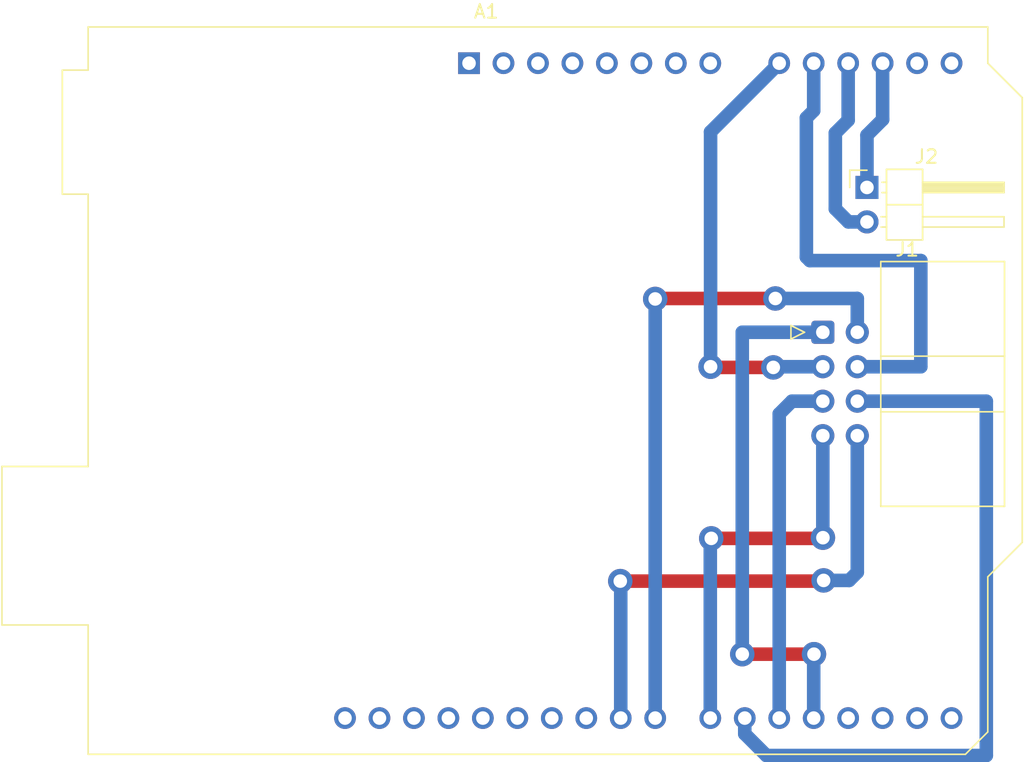
<source format=kicad_pcb>
(kicad_pcb (version 20211014) (generator pcbnew)
  (layers (0 "F.Cu" signal) (31 "B.Cu" signal) (34 "B.Paste" user) (35 "F.Paste" user) (36 "B.SilkS" user "B.Silkscreen") (37 "F.SilkS" user "F.Silkscreen") (38 "B.Mask" user) (39 "F.Mask" user) (44 "Edge.Cuts" user))
  (net 0 "")
  (net 9 "/EN1")
  (net 10 "/EN2")
  (net 11 "/C1")
  (net 12 "/C2")
  (net 19 "/INB1")
  (net 20 "/PWM1")
  (net 21 "/PWM2")
  (net 22 "/INA1")
  (net 23 "/INA2")
  (net 24 "/INB2")
  (footprint "Module:Arduino_UNO_R3" (layer "F.Cu") (at 48.341 19.4404)
    (fp_text reference "A1" (at 1.27 -3.81 180) (layer "F.SilkS"))
    (fp_text value "Arduino_UNO_R3")
    (fp_line (start 38.23 37.85) (end 40.77 35.31) (layer "F.SilkS") (width 0.12))
    (fp_line (start 38.23 -2.67) (end -28.07 -2.67) (layer "F.SilkS") (width 0.12))
    (fp_line (start 36.58 50.93) (end 38.23 49.28) (layer "F.SilkS") (width 0.12))
    (fp_line (start -28.07 -2.67) (end -28.07 0.51) (layer "F.SilkS") (width 0.12))
    (fp_line (start -28.07 50.93) (end 36.58 50.93) (layer "F.SilkS") (width 0.12))
    (fp_line (start -29.97 0.51) (end -29.97 9.65) (layer "F.SilkS") (width 0.12))
    (fp_line (start 38.23 49.28) (end 38.23 37.85) (layer "F.SilkS") (width 0.12))
    (fp_line (start 38.23 0) (end 38.23 -2.67) (layer "F.SilkS") (width 0.12))
    (fp_line (start -34.42 41.4) (end -28.07 41.4) (layer "F.SilkS") (width 0.12))
    (fp_line (start 40.77 35.31) (end 40.77 2.54) (layer "F.SilkS") (width 0.12))
    (fp_line (start -34.42 29.72) (end -34.42 41.4) (layer "F.SilkS") (width 0.12))
    (fp_line (start -28.07 29.72) (end -34.42 29.72) (layer "F.SilkS") (width 0.12))
    (fp_line (start 40.77 2.54) (end 38.23 0) (layer "F.SilkS") (width 0.12))
    (fp_line (start -28.07 9.65) (end -28.07 29.72) (layer "F.SilkS") (width 0.12))
    (fp_line (start -29.97 9.65) (end -28.07 9.65) (layer "F.SilkS") (width 0.12))
    (fp_line (start -28.07 41.4) (end -28.07 50.93) (layer "F.SilkS") (width 0.12))
    (fp_line (start -28.07 0.51) (end -29.97 0.51) (layer "F.SilkS") (width 0.12))
    (pad "1" thru_hole rect (at 0 0 90) (size 1.6 1.6) (drill 1) (layers *.Cu *.Mask))
    (pad "2" thru_hole oval (at 2.54 0 90) (size 1.6 1.6) (drill 1) (layers *.Cu *.Mask))
    (pad "3" thru_hole oval (at 5.08 0 90) (size 1.6 1.6) (drill 1) (layers *.Cu *.Mask))
    (pad "4" thru_hole oval (at 7.62 0 90) (size 1.6 1.6) (drill 1) (layers *.Cu *.Mask))
    (pad "5" thru_hole oval (at 10.16 0 90) (size 1.6 1.6) (drill 1) (layers *.Cu *.Mask))
    (pad "6" thru_hole oval (at 12.7 0 90) (size 1.6 1.6) (drill 1) (layers *.Cu *.Mask))
    (pad "7" thru_hole oval (at 15.24 0 90) (size 1.6 1.6) (drill 1) (layers *.Cu *.Mask))
    (pad "8" thru_hole oval (at 17.78 0 90) (size 1.6 1.6) (drill 1) (layers *.Cu *.Mask))
    (pad "9" thru_hole oval (at 22.86 0 90) (size 1.6 1.6) (drill 1) (layers *.Cu *.Mask) (net 9 "/EN1"))
    (pad "10" thru_hole oval (at 25.4 0 90) (size 1.6 1.6) (drill 1) (layers *.Cu *.Mask) (net 10 "/EN2"))
    (pad "11" thru_hole oval (at 27.94 0 90) (size 1.6 1.6) (drill 1) (layers *.Cu *.Mask) (net 11 "/C1"))
    (pad "12" thru_hole oval (at 30.48 0 90) (size 1.6 1.6) (drill 1) (layers *.Cu *.Mask) (net 12 "/C2"))
    (pad "13" thru_hole oval (at 33.02 0 90) (size 1.6 1.6) (drill 1) (layers *.Cu *.Mask))
    (pad "14" thru_hole oval (at 35.56 0 90) (size 1.6 1.6) (drill 1) (layers *.Cu *.Mask))
    (pad "15" thru_hole oval (at 35.56 48.26 90) (size 1.6 1.6) (drill 1) (layers *.Cu *.Mask))
    (pad "16" thru_hole oval (at 33.02 48.26 90) (size 1.6 1.6) (drill 1) (layers *.Cu *.Mask))
    (pad "17" thru_hole oval (at 30.48 48.26 90) (size 1.6 1.6) (drill 1) (layers *.Cu *.Mask))
    (pad "18" thru_hole oval (at 27.94 48.26 90) (size 1.6 1.6) (drill 1) (layers *.Cu *.Mask))
    (pad "19" thru_hole oval (at 25.4 48.26 90) (size 1.6 1.6) (drill 1) (layers *.Cu *.Mask) (net 19 "/INB1"))
    (pad "20" thru_hole oval (at 22.86 48.26 90) (size 1.6 1.6) (drill 1) (layers *.Cu *.Mask) (net 20 "/PWM1"))
    (pad "21" thru_hole oval (at 20.32 48.26 90) (size 1.6 1.6) (drill 1) (layers *.Cu *.Mask) (net 21 "/PWM2"))
    (pad "22" thru_hole oval (at 17.78 48.26 90) (size 1.6 1.6) (drill 1) (layers *.Cu *.Mask) (net 22 "/INA1"))
    (pad "23" thru_hole oval (at 13.72 48.26 90) (size 1.6 1.6) (drill 1) (layers *.Cu *.Mask) (net 23 "/INA2"))
    (pad "24" thru_hole oval (at 11.18 48.26 90) (size 1.6 1.6) (drill 1) (layers *.Cu *.Mask) (net 24 "/INB2"))
    (pad "25" thru_hole oval (at 8.64 48.26 90) (size 1.6 1.6) (drill 1) (layers *.Cu *.Mask))
    (pad "26" thru_hole oval (at 6.1 48.26 90) (size 1.6 1.6) (drill 1) (layers *.Cu *.Mask))
    (pad "27" thru_hole oval (at 3.56 48.26 90) (size 1.6 1.6) (drill 1) (layers *.Cu *.Mask))
    (pad "28" thru_hole oval (at 1.02 48.26 90) (size 1.6 1.6) (drill 1) (layers *.Cu *.Mask))
    (pad "29" thru_hole oval (at -1.52 48.26 90) (size 1.6 1.6) (drill 1) (layers *.Cu *.Mask))
    (pad "30" thru_hole oval (at -4.06 48.26 90) (size 1.6 1.6) (drill 1) (layers *.Cu *.Mask))
    (pad "31" thru_hole oval (at -6.6 48.26 90) (size 1.6 1.6) (drill 1) (layers *.Cu *.Mask))
    (pad "32" thru_hole oval (at -9.14 48.26 90) (size 1.6 1.6) (drill 1) (layers *.Cu *.Mask))
  )
  (footprint "Connector_IDC:IDC-Header_2x04_P2.54mm_Horizontal" (layer "F.Cu") (at 74.4141 39.2684)
    (fp_text reference "J1" (at 6.215 -6.1) (layer "F.SilkS"))
    (fp_text value "Control Motores")
    (fp_line (start 4.27 1.76) (end 13.39 1.76) (layer "F.SilkS") (width 0.12))
    (fp_line (start 4.27 5.86) (end 13.39 5.86) (layer "F.SilkS") (width 0.12))
    (fp_line (start 4.27 12.83) (end 4.27 -5.21) (layer "F.SilkS") (width 0.12))
    (fp_line (start -2.35 -0.5) (end -2.35 0.5) (layer "F.SilkS") (width 0.12))
    (fp_line (start 13.39 -5.21) (end 13.39 12.83) (layer "F.SilkS") (width 0.12))
    (fp_line (start -2.35 0.5) (end -1.35 0) (layer "F.SilkS") (width 0.12))
    (fp_line (start 4.27 -5.21) (end 13.39 -5.21) (layer "F.SilkS") (width 0.12))
    (fp_line (start -1.35 0) (end -2.35 -0.5) (layer "F.SilkS") (width 0.12))
    (fp_line (start 13.39 12.83) (end 4.27 12.83) (layer "F.SilkS") (width 0.12))
    (pad "1" thru_hole roundrect (at 0 0) (size 1.7 1.7) (drill 1) (layers *.Cu *.Mask) (roundrect_rratio 0.147059) (net 19 "/INB1"))
    (pad "2" thru_hole circle (at 2.54 0) (size 1.7 1.7) (drill 1) (layers *.Cu *.Mask) (net 23 "/INA2"))
    (pad "3" thru_hole circle (at 0 2.54) (size 1.7 1.7) (drill 1) (layers *.Cu *.Mask) (net 9 "/EN1"))
    (pad "4" thru_hole circle (at 2.54 2.54) (size 1.7 1.7) (drill 1) (layers *.Cu *.Mask) (net 10 "/EN2"))
    (pad "5" thru_hole circle (at 0 5.08) (size 1.7 1.7) (drill 1) (layers *.Cu *.Mask) (net 20 "/PWM1"))
    (pad "6" thru_hole circle (at 2.54 5.08) (size 1.7 1.7) (drill 1) (layers *.Cu *.Mask) (net 21 "/PWM2"))
    (pad "7" thru_hole circle (at 0 7.62) (size 1.7 1.7) (drill 1) (layers *.Cu *.Mask) (net 22 "/INA1"))
    (pad "8" thru_hole circle (at 2.54 7.62) (size 1.7 1.7) (drill 1) (layers *.Cu *.Mask) (net 24 "/INB2"))
  )
  (footprint "Connector_PinHeader_2.54mm:PinHeader_1x02_P2.54mm_Horizontal" (layer "F.Cu") (at 77.667 28.5954)
    (fp_text reference "J2" (at 4.385 -2.27) (layer "F.SilkS"))
    (fp_text value "Conn_01x02_Male")
    (fp_line (start 4.1 -0.08) (end 10.1 -0.08) (layer "F.SilkS") (width 0.12))
    (fp_line (start 1.042929 2.16) (end 1.44 2.16) (layer "F.SilkS") (width 0.12))
    (fp_line (start -1.27 0) (end -1.27 -1.27) (layer "F.SilkS") (width 0.12))
    (fp_line (start 4.1 0.04) (end 10.1 0.04) (layer "F.SilkS") (width 0.12))
    (fp_line (start 10.1 -0.38) (end 10.1 0.38) (layer "F.SilkS") (width 0.12))
    (fp_line (start 1.042929 2.92) (end 1.44 2.92) (layer "F.SilkS") (width 0.12))
    (fp_line (start 4.1 3.87) (end 4.1 -1.33) (layer "F.SilkS") (width 0.12))
    (fp_line (start 4.1 -0.2) (end 10.1 -0.2) (layer "F.SilkS") (width 0.12))
    (fp_line (start 4.1 0.28) (end 10.1 0.28) (layer "F.SilkS") (width 0.12))
    (fp_line (start 4.1 -1.33) (end 1.44 -1.33) (layer "F.SilkS") (width 0.12))
    (fp_line (start 4.1 -0.38) (end 10.1 -0.38) (layer "F.SilkS") (width 0.12))
    (fp_line (start 10.1 2.16) (end 10.1 2.92) (layer "F.SilkS") (width 0.12))
    (fp_line (start 10.1 2.92) (end 4.1 2.92) (layer "F.SilkS") (width 0.12))
    (fp_line (start 4.1 0.16) (end 10.1 0.16) (layer "F.SilkS") (width 0.12))
    (fp_line (start 1.11 -0.38) (end 1.44 -0.38) (layer "F.SilkS") (width 0.12))
    (fp_line (start 1.44 3.87) (end 4.1 3.87) (layer "F.SilkS") (width 0.12))
    (fp_line (start 1.44 1.27) (end 4.1 1.27) (layer "F.SilkS") (width 0.12))
    (fp_line (start 4.1 -0.32) (end 10.1 -0.32) (layer "F.SilkS") (width 0.12))
    (fp_line (start 4.1 2.16) (end 10.1 2.16) (layer "F.SilkS") (width 0.12))
    (fp_line (start 1.11 0.38) (end 1.44 0.38) (layer "F.SilkS") (width 0.12))
    (fp_line (start 1.44 -1.33) (end 1.44 3.87) (layer "F.SilkS") (width 0.12))
    (fp_line (start 10.1 0.38) (end 4.1 0.38) (layer "F.SilkS") (width 0.12))
    (fp_line (start -1.27 -1.27) (end 0 -1.27) (layer "F.SilkS") (width 0.12))
    (pad "1" thru_hole rect (at 0 0) (size 1.7 1.7) (drill 1) (layers *.Cu *.Mask) (net 12 "/C2"))
    (pad "2" thru_hole oval (at 0 2.54) (size 1.7 1.7) (drill 1) (layers *.Cu *.Mask) (net 11 "/C1"))
  )
  (segment (start 70.7644 41.8592) (end 66.1924 41.8592) (width 1) (layer "F.Cu") (net 9))
  (segment (start 66.1924 41.8592) (end 66.1416 41.8084) (width 1) (layer "F.Cu") (net 9))
  (via (at 66.1416 41.8084) (size 1.8) (drill 1) (layers "F.Cu" "B.Cu") (net 9))
  (via (at 70.7644 41.8592) (size 1.8) (drill 1) (layers "F.Cu" "B.Cu") (net 9))
  (segment (start 70.8152 41.8084) (end 70.7644 41.8592) (width 1) (layer "B.Cu") (net 9))
  (segment (start 74.4141 41.8084) (end 70.8152 41.8084) (width 1) (layer "B.Cu") (net 9))
  (segment (start 66.1416 41.8084) (end 66.1416 24.4998) (width 1) (layer "B.Cu") (net 9))
  (segment (start 66.1416 24.4998) (end 71.201 19.4404) (width 1) (layer "B.Cu") (net 9))
  (segment (start 73.741 22.9314) (end 73.741 19.4404) (width 1) (layer "B.Cu") (net 10))
  (segment (start 81.6356 41.8084) (end 81.6356 33.9852) (width 1) (layer "B.Cu") (net 10))
  (segment (start 73.4568 33.9852) (end 73.2028 33.7312) (width 1) (layer "B.Cu") (net 10))
  (segment (start 73.2028 23.4696) (end 73.741 22.9314) (width 1) (layer "B.Cu") (net 10))
  (segment (start 76.9541 41.8084) (end 81.6356 41.8084) (width 1) (layer "B.Cu") (net 10))
  (segment (start 73.2028 33.7312) (end 73.2028 23.4696) (width 1) (layer "B.Cu") (net 10))
  (segment (start 81.6356 33.9852) (end 73.4568 33.9852) (width 1) (layer "B.Cu") (net 10))
  (segment (start 76.2966 31.1354) (end 75.3364 30.1752) (width 1) (layer "B.Cu") (net 11))
  (segment (start 77.667 31.1354) (end 76.2966 31.1354) (width 1) (layer "B.Cu") (net 11))
  (segment (start 75.3364 24.5872) (end 76.281 23.6426) (width 1) (layer "B.Cu") (net 11))
  (segment (start 76.281 23.6426) (end 76.281 19.4404) (width 1) (layer "B.Cu") (net 11))
  (segment (start 75.3364 30.1752) (end 75.3364 24.5872) (width 1) (layer "B.Cu") (net 11))
  (segment (start 78.821 23.5918) (end 78.821 19.4404) (width 1) (layer "B.Cu") (net 12))
  (segment (start 77.667 24.7458) (end 78.821 23.5918) (width 1) (layer "B.Cu") (net 12))
  (segment (start 77.667 28.5954) (end 77.667 24.7458) (width 1) (layer "B.Cu") (net 12))
  (segment (start 73.7616 62.992) (end 68.4784 62.992) (width 1) (layer "F.Cu") (net 19))
  (via (at 68.4784 62.992) (size 1.8) (drill 1) (layers "F.Cu" "B.Cu") (net 19))
  (via (at 73.7616 62.992) (size 1.8) (drill 1) (layers "F.Cu" "B.Cu") (net 19))
  (segment (start 73.741 67.7004) (end 73.741 63.0126) (width 1) (layer "B.Cu") (net 19))
  (segment (start 68.4784 39.2684) (end 68.4784 62.992) (width 1) (layer "B.Cu") (net 19))
  (segment (start 73.741 63.0126) (end 73.7616 62.992) (width 1) (layer "B.Cu") (net 19))
  (segment (start 74.4141 39.2684) (end 68.4784 39.2684) (width 1) (layer "B.Cu") (net 19))
  (segment (start 72.136 44.3484) (end 74.4141 44.3484) (width 1) (layer "B.Cu") (net 20))
  (segment (start 71.201 67.7004) (end 71.201 45.2834) (width 1) (layer "B.Cu") (net 20))
  (segment (start 71.201 45.2834) (end 72.136 44.3484) (width 1) (layer "B.Cu") (net 20))
  (segment (start 76.9541 44.3484) (end 86.4616 44.3484) (width 1) (layer "B.Cu") (net 21))
  (segment (start 68.661 68.8642) (end 68.661 67.7004) (width 1) (layer "B.Cu") (net 21))
  (segment (start 70.2564 70.4596) (end 68.661 68.8642) (width 1) (layer "B.Cu") (net 21))
  (segment (start 86.4616 44.3484) (end 86.4616 70.4596) (width 1) (layer "B.Cu") (net 21))
  (segment (start 86.4616 70.4596) (end 70.2564 70.4596) (width 1) (layer "B.Cu") (net 21))
  (segment (start 74.422 54.4068) (end 74.3712 54.4576) (width 1) (layer "F.Cu") (net 22))
  (segment (start 74.3712 54.4576) (end 66.1924 54.4576) (width 1) (layer "F.Cu") (net 22))
  (via (at 66.1924 54.4576) (size 1.8) (drill 1) (layers "F.Cu" "B.Cu") (net 22))
  (via (at 74.422 54.4068) (size 1.8) (drill 1) (layers "F.Cu" "B.Cu") (net 22))
  (segment (start 66.121 54.529) (end 66.121 67.7004) (width 1) (layer "B.Cu") (net 22))
  (segment (start 74.4141 54.3989) (end 74.4141 46.8884) (width 1) (layer "B.Cu") (net 22))
  (segment (start 66.1924 54.4576) (end 66.121 54.529) (width 1) (layer "B.Cu") (net 22))
  (segment (start 74.422 54.4068) (end 74.4141 54.3989) (width 1) (layer "B.Cu") (net 22))
  (segment (start 62.0952 36.7792) (end 62.061 36.8134) (width 1) (layer "F.Cu") (net 23))
  (segment (start 70.9168 36.7792) (end 62.0952 36.7792) (width 1) (layer "F.Cu") (net 23))
  (via (at 62.061 36.8134) (size 1.8) (drill 1) (layers "F.Cu" "B.Cu") (net 23))
  (via (at 70.9168 36.7792) (size 1.8) (drill 1) (layers "F.Cu" "B.Cu") (net 23))
  (segment (start 76.9541 36.7871) (end 76.9462 36.7792) (width 1) (layer "B.Cu") (net 23))
  (segment (start 76.9541 39.2684) (end 76.9541 36.7871) (width 1) (layer "B.Cu") (net 23))
  (segment (start 76.9462 36.7792) (end 70.9168 36.7792) (width 1) (layer "B.Cu") (net 23))
  (segment (start 62.061 67.7004) (end 62.061 36.8134) (width 1) (layer "B.Cu") (net 23))
  (segment (start 74.422 57.6072) (end 59.4868 57.6072) (width 1) (layer "F.Cu") (net 24))
  (segment (start 74.4728 57.5564) (end 74.422 57.6072) (width 1) (layer "F.Cu") (net 24))
  (via (at 74.4728 57.5564) (size 1.8) (drill 1) (layers "F.Cu" "B.Cu") (net 24))
  (via (at 59.4868 57.6072) (size 1.8) (drill 1) (layers "F.Cu" "B.Cu") (net 24))
  (segment (start 76.3524 57.5564) (end 74.4728 57.5564) (width 1) (layer "B.Cu") (net 24))
  (segment (start 59.521 57.6414) (end 59.521 67.7004) (width 1) (layer "B.Cu") (net 24))
  (segment (start 76.9541 56.9547) (end 76.3524 57.5564) (width 1) (layer "B.Cu") (net 24))
  (segment (start 76.9541 46.8884) (end 76.9541 56.9547) (width 1) (layer "B.Cu") (net 24))
  (segment (start 59.4868 57.6072) (end 59.521 57.6414) (width 1) (layer "B.Cu") (net 24))
)
</source>
